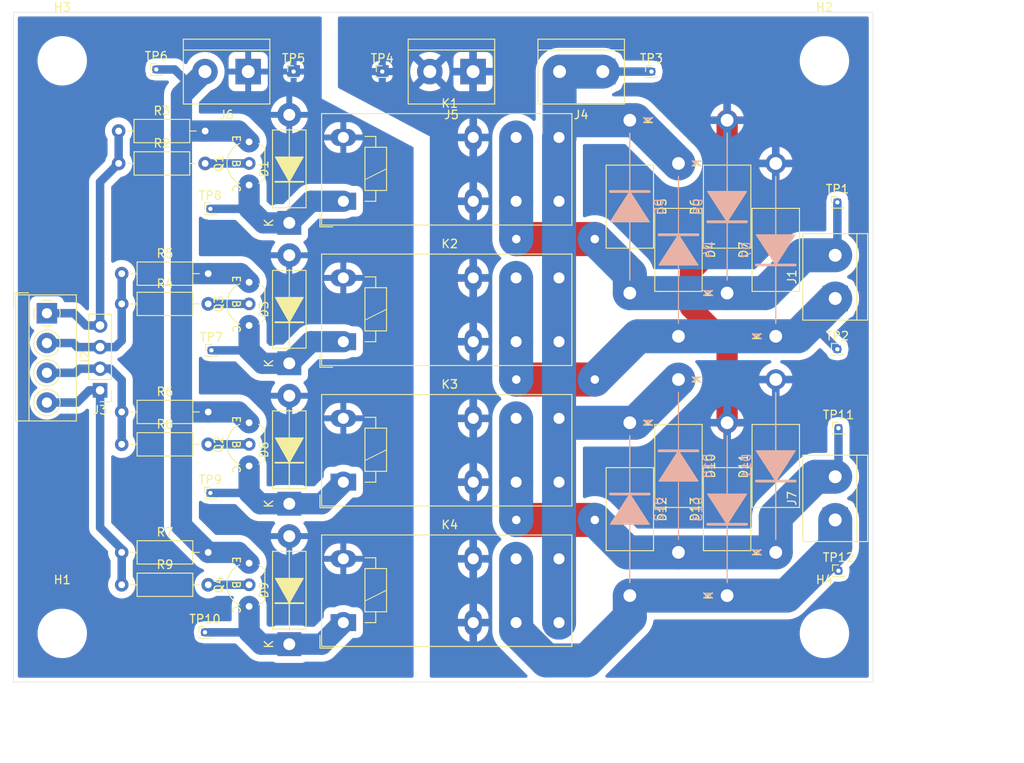
<source format=kicad_pcb>
(kicad_pcb (version 20240108) (generator "pcbnew") (generator_version "8.0")
  (layers (0 "F.Cu" signal) (31 "B.Cu" signal) (34 "B.Paste" user) (35 "F.Paste" user) (36 "B.SilkS" user "B.Silkscreen") (37 "F.SilkS" user "F.Silkscreen") (38 "B.Mask" user) (39 "F.Mask" user) (44 "Edge.Cuts" user))
  (net 0 "")
  (net 1 "Net-(D1-K)")
  (net 2 "GND")
  (net 3 "Net-(D3-K)")
  (net 4 "+24V")
  (net 5 "Net-(D4-A)")
  (net 6 "Net-(D5-A)")
  (net 7 "GNDPWR")
  (net 8 "Net-(D8-K)")
  (net 9 "Net-(D9-K)")
  (net 10 "Net-(D10-A)")
  (net 11 "Net-(D12-A)")
  (net 12 "/Relay_M1.1")
  (net 13 "/Relay_M2.1")
  (net 14 "/Relay_M1.2")
  (net 15 "/Relay_M2.2")
  (net 16 "+12V")
  (net 17 "Net-(Q1-B)")
  (net 18 "Net-(Q2-B)")
  (net 19 "Net-(Q3-B)")
  (net 20 "Net-(Q4-B)")
  (footprint "TerminalBlock:TerminalBlock_bornier-2_P5.08mm" (layer "F.Cu") (at 176.53 35.56 180)
    (property "Reference" "J4" (at 2.54 -5.08 0) (layer "F.SilkS"))
    (property "Value" "24V Power")
    (pad "1" thru_hole rect (at 0 0 180) (size 3 3) (drill 1.52) (layers "*.Cu" "*.Mask") (net 4 "+24V"))
    (pad "2" thru_hole circle (at 5.08 0 180) (size 3 3) (drill 1.52) (layers "*.Cu" "*.Mask") (net 4 "+24V"))
  )
  (footprint "Connector_PinHeader_1.00mm:PinHeader_1x01_P1.00mm_Vertical" (layer "F.Cu") (at 130.556 68.326)
    (property "Reference" "TP7" (at 0 -1.56 0) (layer "F.SilkS"))
    (property "Value" "K1.2")
    (pad "1" thru_hole rect (at 0 0) (size 0.85 0.85) (drill 0.5) (layers "*.Cu" "*.Mask") (net 3 "Net-(D3-K)"))
  )
  (footprint "Diode_THT_AKL:D_5W_P12.70mm_Horizontal" (layer "F.Cu") (at 139.7 86.36 90)
    (property "Reference" "D8" (at 6.35 -2.97 90) (layer "F.SilkS"))
    (property "Value" "D")
    (fp_text user "K" (at 0 -2.4 90) (layer "F.SilkS"))
    (pad "1" thru_hole rect (at 0 0 90) (size 2.8 2.8) (drill 1.4) (layers "*.Cu" "*.Mask") (net 8 "Net-(D8-K)"))
    (pad "2" thru_hole oval (at 12.7 0 90) (size 2.8 2.8) (drill 1.4) (layers "*.Cu" "*.Mask") (net 2 "GND"))
  )
  (footprint "MountingHole:MountingHole_5.3mm_M5" (layer "F.Cu") (at 113.03 101.6)
    (property "Reference" "H1" (at 0 -6.3 0) (layer "F.SilkS"))
    (property "Value" "MountingHole")
    (pad "" np_thru_hole circle (at 0 0) (size 5.3 5.3) (drill 5.3) (layers "*.Cu" "*.Mask"))
  )
  (footprint "Diode_THT_AKL_Double:D_DO-27_P20.32mm_Horizontal" (layer "F.Cu") (at 196.85 92.075 90)
    (property "Reference" "D11" (at 10.16 -3.785 90) (layer "F.SilkS"))
    (property "Value" "D" (hide yes))
    (fp_text user "K" (at 0 -2.159 90) (layer "B.SilkS") (effects (justify mirror)))
    (fp_text user "${REFERENCE}" (at 10.16 -3.429 90) (layer "B.SilkS") (effects (justify mirror)))
    (fp_text user "K" (at 0 -2.2 90) (layer "F.SilkS"))
    (pad "1" thru_hole rect (at 0 0 90) (size 2.4 2.4) (drill 1.5) (layers "*.Cu" "*.Mask") (net 10 "Net-(D10-A)"))
    (pad "2" thru_hole oval (at 20.32 0 90) (size 2.4 2.4) (drill 1.5) (layers "*.Cu" "*.Mask") (net 7 "GNDPWR"))
  )
  (footprint "Resistor_THT:R_Axial_DIN0207_L6.3mm_D2.5mm_P10.16mm_Horizontal" (layer "F.Cu") (at 120.015 92.075)
    (property "Reference" "R7" (at 5.08 -2.37 0) (layer "F.SilkS"))
    (property "Value" "22k")
    (pad "1" thru_hole circle (at 0 0) (size 1.6 1.6) (drill 0.8) (layers "*.Cu" "*.Mask") (net 15 "/Relay_M2.2"))
    (pad "2" thru_hole oval (at 10.16 0) (size 1.6 1.6) (drill 0.8) (layers "*.Cu" "*.Mask") (net 16 "+12V"))
  )
  (footprint "Diode_THT_AKL_Double:D_DO-27_P20.32mm_Horizontal" (layer "F.Cu") (at 196.85 66.675 90)
    (property "Reference" "D7" (at 10.16 -3.785 90) (layer "F.SilkS"))
    (property "Value" "D" (hide yes))
    (fp_text user "K" (at 0 -2.159 90) (layer "B.SilkS") (effects (justify mirror)))
    (fp_text user "${REFERENCE}" (at 10.16 -3.429 90) (layer "B.SilkS") (effects (justify mirror)))
    (fp_text user "K" (at 0 -2.2 90) (layer "F.SilkS"))
    (pad "1" thru_hole rect (at 0 0 90) (size 2.4 2.4) (drill 1.5) (layers "*.Cu" "*.Mask") (net 5 "Net-(D4-A)"))
    (pad "2" thru_hole oval (at 20.32 0 90) (size 2.4 2.4) (drill 1.5) (layers "*.Cu" "*.Mask") (net 7 "GNDPWR"))
  )
  (footprint "Connector_PinHeader_1.00mm:PinHeader_1x01_P1.00mm_Vertical" (layer "F.Cu") (at 130.429 85.09)
    (property "Reference" "TP9" (at 0 -1.56 0) (layer "F.SilkS"))
    (property "Value" "K2.1")
    (pad "1" thru_hole rect (at 0 0) (size 0.85 0.85) (drill 0.5) (layers "*.Cu" "*.Mask") (net 8 "Net-(D8-K)"))
  )
  (footprint "Package_TO_SOT_THT_AKL:TO-92_Inline_Wide_CBE" (layer "F.Cu") (at 134.98 81.915 90)
    (property "Reference" "Q2" (at 2.54 -3.56 90) (layer "F.SilkS"))
    (property "Value" "BC557A" (hide yes))
    (fp_text user "C" (at -0.381 -1.524 -90) (layer "F.SilkS") (effects (font (size 0.9 0.9))))
    (fp_text user "E" (at 5.461 -1.524 -90) (layer "F.SilkS") (effects (font (size 0.9 0.9))))
    (fp_text user "B" (at 2.54 -1.524 -90) (layer "F.SilkS") (effects (font (size 0.9 0.9))))
    (pad "1" thru_hole rect (at 0 0 180) (size 1.5 1.5) (drill 0.8) (layers "*.Cu" "*.Mask") (net 8 "Net-(D8-K)"))
    (pad "2" thru_hole circle (at 2.54 0 180) (size 1.5 1.5) (drill 0.8) (layers "*.Cu" "*.Mask") (net 18 "Net-(Q2-B)"))
    (pad "3" thru_hole circle (at 5.08 0 180) (size 1.5 1.5) (drill 0.8) (layers "*.Cu" "*.Mask") (net 16 "+12V"))
  )
  (footprint "Diode_THT_AKL_Double:D_DO-27_P20.32mm_Horizontal" (layer "F.Cu") (at 191.135 61.595 90)
    (property "Reference" "D6" (at 10.16 -3.785 90) (layer "F.SilkS"))
    (property "Value" "D" (hide yes))
    (fp_text user "${REFERENCE}" (at 10.16 -3.429 90) (layer "B.SilkS") (effects (justify mirror)))
    (fp_text user "K" (at 0 -2.159 90) (layer "B.SilkS") (effects (justify mirror)))
    (fp_text user "K" (at 0 -2.2 90) (layer "F.SilkS"))
    (pad "1" thru_hole rect (at 0 0 90) (size 2.4 2.4) (drill 1.5) (layers "*.Cu" "*.Mask") (net 6 "Net-(D5-A)"))
    (pad "2" thru_hole oval (at 20.32 0 90) (size 2.4 2.4) (drill 1.5) (layers "*.Cu" "*.Mask") (net 7 "GNDPWR"))
  )
  (footprint "Diode_THT_AKL_Double:D_DO-27_P20.32mm_Horizontal" (layer "F.Cu") (at 179.705 76.835 -90)
    (property "Reference" "D12" (at 10.16 -3.785 90) (layer "F.SilkS"))
    (property "Value" "D" (hide yes))
    (fp_text user "K" (at 0 -2.159 90) (layer "B.SilkS") (effects (justify mirror)))
    (fp_text user "${REFERENCE}" (at 10.16 -3.429 90) (layer "B.SilkS") (effects (justify mirror)))
    (fp_text user "K" (at 0 -2.2 90) (layer "F.SilkS"))
    (pad "1" thru_hole rect (at 0 0 270) (size 2.4 2.4) (drill 1.5) (layers "*.Cu" "*.Mask") (net 4 "+24V"))
    (pad "2" thru_hole oval (at 20.32 0 270) (size 2.4 2.4) (drill 1.5) (layers "*.Cu" "*.Mask") (net 11 "Net-(D12-A)"))
  )
  (footprint "Package_TO_SOT_THT_AKL:TO-92_Inline_Wide_CBE" (layer "F.Cu") (at 134.98 65.405 90)
    (property "Reference" "Q3" (at 2.54 -3.56 90) (layer "F.SilkS"))
    (property "Value" "BC557A" (hide yes))
    (fp_text user "B" (at 2.54 -1.524 -90) (layer "F.SilkS") (effects (font (size 0.9 0.9))))
    (fp_text user "E" (at 5.461 -1.524 -90) (layer "F.SilkS") (effects (font (size 0.9 0.9))))
    (fp_text user "C" (at -0.381 -1.524 -90) (layer "F.SilkS") (effects (font (size 0.9 0.9))))
    (pad "1" thru_hole rect (at 0 0 180) (size 1.5 1.5) (drill 0.8) (layers "*.Cu" "*.Mask") (net 3 "Net-(D3-K)"))
    (pad "2" thru_hole circle (at 2.54 0 180) (size 1.5 1.5) (drill 0.8) (layers "*.Cu" "*.Mask") (net 19 "Net-(Q3-B)"))
    (pad "3" thru_hole circle (at 5.08 0 180) (size 1.5 1.5) (drill 0.8) (layers "*.Cu" "*.Mask") (net 16 "+12V"))
  )
  (footprint "Connector_PinHeader_1.00mm:PinHeader_1x01_P1.00mm_Vertical" (layer "F.Cu") (at 130.429 51.689)
    (property "Reference" "TP8" (at 0 -1.56 0) (layer "F.SilkS"))
    (property "Value" "K1.1")
    (pad "1" thru_hole rect (at 0 0) (size 0.85 0.85) (drill 0.5) (layers "*.Cu" "*.Mask") (net 1 "Net-(D1-K)"))
  )
  (footprint "Relay_THT:Relay_SPDT_Schrack-RT1-16A-FormC_RM5mm" (layer "F.Cu") (at 146.05 50.8)
    (property "Reference" "K1" (at 12.5 -11.5 0) (layer "F.SilkS"))
    (property "Value" "RT314A24")
    (pad "11" thru_hole oval (at 20.3 -7.5 180) (size 2 3) (drill 1.3) (layers "*.Cu" "*.Mask") (net 6 "Net-(D5-A)"))
    (pad "11" thru_hole oval (at 20.3 0 180) (size 2 3) (drill 1.3) (layers "*.Cu" "*.Mask") (net 6 "Net-(D5-A)"))
    (pad "12" thru_hole oval (at 15.26 -7.5 180) (size 2 3) (drill 1.3) (layers "*.Cu" "*.Mask") (net 7 "GNDPWR"))
    (pad "12" thru_hole oval (at 15.26 0 180) (size 2 3) (drill 1.3) (layers "*.Cu" "*.Mask") (net 7 "GNDPWR"))
    (pad "14" thru_hole oval (at 25.34 -7.5 180) (size 2 3) (drill 1.3) (layers "*.Cu" "*.Mask") (net 4 "+24V"))
    (pad "14" thru_hole oval (at 25.34 0 180) (size 2 3) (drill 1.3) (layers "*.Cu" "*.Mask") (net 4 "+24V"))
    (pad "A1" thru_hole rect (at 0 0 180) (size 3 2) (drill 1.3) (layers "*.Cu" "*.Mask") (net 1 "Net-(D1-K)"))
    (pad "A2" thru_hole oval (at 0 -7.5 180) (size 3 2) (drill 1.3) (layers "*.Cu" "*.Mask") (net 2 "GND"))
  )
  (footprint "Connector_PinHeader_1.00mm:PinHeader_1x01_P1.00mm_Vertical" (layer "F.Cu") (at 124.079 35.306)
    (property "Reference" "TP6" (at 0 -1.56 0) (layer "F.SilkS"))
    (property "Value" "12v")
    (pad "1" thru_hole rect (at 0 0) (size 0.85 0.85) (drill 0.5) (layers "*.Cu" "*.Mask") (net 16 "+12V"))
  )
  (footprint "TerminalBlock:TerminalBlock_bornier-2_P5.08mm" (layer "F.Cu") (at 203.835 88.265 90)
    (property "Reference" "J7" (at 2.54 -5.08 90) (layer "F.SilkS"))
    (property "Value" "Motor_2 +  -")
    (pad "1" thru_hole rect (at 0 0 90) (size 3 3) (drill 1.52) (layers "*.Cu" "*.Mask") (net 11 "Net-(D12-A)"))
    (pad "2" thru_hole circle (at 5.08 0 90) (size 3 3) (drill 1.52) (layers "*.Cu" "*.Mask") (net 10 "Net-(D10-A)"))
  )
  (footprint "Connector_PinHeader_1.00mm:PinHeader_1x01_P1.00mm_Vertical" (layer "F.Cu") (at 129.794 101.473)
    (property "Reference" "TP10" (at 0 -1.56 0) (layer "F.SilkS"))
    (property "Value" "K2.2")
    (pad "1" thru_hole rect (at 0 0) (size 0.85 0.85) (drill 0.5) (layers "*.Cu" "*.Mask") (net 9 "Net-(D9-K)"))
  )
  (footprint "Connector_PinHeader_2.54mm:PinHeader_1x04_P2.54mm_Vertical" (layer "F.Cu") (at 117.475 73.025 180)
    (property "Reference" "J3" (at 0 -2.33 0) (layer "F.SilkS"))
    (property "Value" "Control-Signals")
    (pad "1" thru_hole rect (at 0 0 180) (size 1.7 1.7) (drill 1) (layers "*.Cu" "*.Mask") (net 15 "/Relay_M2.2"))
    (pad "2" thru_hole oval (at 0 2.54 180) (size 1.7 1.7) (drill 1) (layers "*.Cu" "*.Mask") (net 13 "/Relay_M2.1"))
    (pad "3" thru_hole oval (at 0 5.08 180) (size 1.7 1.7) (drill 1) (layers "*.Cu" "*.Mask") (net 14 "/Relay_M1.2"))
    (pad "4" thru_hole oval (at 0 7.62 180) (size 1.7 1.7) (drill 1) (layers "*.Cu" "*.Mask") (net 12 "/Relay_M1.1"))
  )
  (footprint "Relay_THT:Relay_SPDT_Schrack-RT1-16A-FormC_RM5mm" (layer "F.Cu") (at 146.048 100.33)
    (property "Reference" "K4" (at 12.5 -11.5 0) (layer "F.SilkS"))
    (property "Value" "RT314A24")
    (pad "11" thru_hole oval (at 20.3 -7.5 180) (size 2 3) (drill 1.3) (layers "*.Cu" "*.Mask") (net 11 "Net-(D12-A)"))
    (pad "11" thru_hole oval (at 20.3 0 180) (size 2 3) (drill 1.3) (layers "*.Cu" "*.Mask") (net 11 "Net-(D12-A)"))
    (pad "12" thru_hole oval (at 15.26 -7.5 180) (size 2 3) (drill 1.3) (layers "*.Cu" "*.Mask") (net 7 "GNDPWR"))
    (pad "12" thru_hole oval (at 15.26 0 180) (size 2 3) (drill 1.3) (layers "*.Cu" "*.Mask") (net 7 "GNDPWR"))
    (pad "14" thru_hole oval (at 25.34 -7.5 180) (size 2 3) (drill 1.3) (layers "*.Cu" "*.Mask") (net 4 "+24V"))
    (pad "14" thru_hole oval (at 25.34 0 180) (size 2 3) (drill 1.3) (layers "*.Cu" "*.Mask") (net 4 "+24V"))
    (pad "A1" thru_hole rect (at 0 0 180) (size 3 2) (drill 1.3) (layers "*.Cu" "*.Mask") (net 9 "Net-(D9-K)"))
    (pad "A2" thru_hole oval (at 0 -7.5 180) (size 3 2) (drill 1.3) (layers "*.Cu" "*.Mask") (net 2 "GND"))
  )
  (footprint "Diode_THT_AKL:D_5W_P12.70mm_Horizontal" (layer "F.Cu") (at 139.7 53.34 90)
    (property "Reference" "D1" (at 6.35 -2.97 90) (layer "F.SilkS"))
    (property "Value" "D")
    (fp_text user "K" (at 0 -2.4 90) (layer "F.SilkS"))
    (pad "1" thru_hole rect (at 0 0 90) (size 2.8 2.8) (drill 1.4) (layers "*.Cu" "*.Mask") (net 1 "Net-(D1-K)"))
    (pad "2" thru_hole oval (at 12.7 0 90) (size 2.8 2.8) (drill 1.4) (layers "*.Cu" "*.Mask") (net 2 "GND"))
  )
  (footprint "TerminalBlock:TerminalBlock_bornier-2_P5.08mm" (layer "F.Cu") (at 203.835 62.23 90)
    (property "Reference" "J1" (at 2.54 -5.08 90) (layer "F.SilkS"))
    (property "Value" "Motor_1 +  -")
    (pad "1" thru_hole rect (at 0 0 90) (size 3 3) (drill 1.52) (layers "*.Cu" "*.Mask") (net 5 "Net-(D4-A)"))
    (pad "2" thru_hole circle (at 5.08 0 90) (size 3 3) (drill 1.52) (layers "*.Cu" "*.Mask") (net 6 "Net-(D5-A)"))
  )
  (footprint "Resistor_THT:R_Axial_DIN0207_L6.3mm_D2.5mm_P10.16mm_Horizontal" (layer "F.Cu") (at 119.655 46.355)
    (property "Reference" "R2" (at 5.08 -2.37 0) (layer "F.SilkS"))
    (property "Value" "2k2")
    (pad "1" thru_hole circle (at 0 0) (size 1.6 1.6) (drill 0.8) (layers "*.Cu" "*.Mask") (net 12 "/Relay_M1.1"))
    (pad "2" thru_hole oval (at 10.16 0) (size 1.6 1.6) (drill 0.8) (layers "*.Cu" "*.Mask") (net 17 "Net-(Q1-B)"))
  )
  (footprint "Connector_PinHeader_1.00mm:PinHeader_1x01_P1.00mm_Vertical" (layer "F.Cu") (at 150.622 35.56)
    (property "Reference" "TP4" (at 0 -1.56 0) (layer "F.SilkS"))
    (property "Value" "GND-power")
    (pad "1" thru_hole rect (at 0 0) (size 1.5 1.5) (drill 0.5) (layers "*.Cu" "*.Mask") (net 7 "GNDPWR"))
  )
  (footprint "Package_TO_SOT_THT_AKL:TO-92_Inline_Wide_CBE" (layer "F.Cu") (at 134.98 48.895 90)
    (property "Reference" "Q1" (at 2.54 -3.56 90) (layer "F.SilkS"))
    (property "Value" "BC557A" (hide yes))
    (fp_text user "E" (at 5.461 -1.524 -90) (layer "F.SilkS") (effects (font (size 0.9 0.9))))
    (fp_text user "C" (at -0.381 -1.524 -90) (layer "F.SilkS") (effects (font (size 0.9 0.9))))
    (fp_text user "B" (at 2.54 -1.524 -90) (layer "F.SilkS") (effects (font (size 0.9 0.9))))
    (pad "1" thru_hole rect (at 0 0 180) (size 1.5 1.5) (drill 0.8) (layers "*.Cu" "*.Mask") (net 1 "Net-(D1-K)"))
    (pad "2" thru_hole circle (at 2.54 0 180) (size 1.5 1.5) (drill 0.8) (layers "*.Cu" "*.Mask") (net 17 "Net-(Q1-B)"))
    (pad "3" thru_hole circle (at 5.08 0 180) (size 1.5 1.5) (drill 0.8) (layers "*.Cu" "*.Mask") (net 16 "+12V"))
  )
  (footprint "Diode_THT_AKL_Double:D_DO-27_P20.32mm_Horizontal" (layer "F.Cu") (at 179.705 41.275 -90)
    (property "Reference" "D5" (at 10.16 -3.785 90) (layer "F.SilkS"))
    (property "Value" "D" (hide yes))
    (fp_text user "${REFERENCE}" (at 10.16 -3.429 90) (layer "B.SilkS") (effects (justify mirror)))
    (fp_text user "K" (at 0 -2.159 90) (layer "B.SilkS") (effects (justify mirror)))
    (fp_text user "K" (at 0 -2.2 90) (layer "F.SilkS"))
    (pad "1" thru_hole rect (at 0 0 270) (size 2.4 2.4) (drill 1.5) (layers "*.Cu" "*.Mask") (net 4 "+24V"))
    (pad "2" thru_hole oval (at 20.32 0 270) (size 2.4 2.4) (drill 1.5) (layers "*.Cu" "*.Mask") (net 6 "Net-(D5-A)"))
  )
  (footprint "Connector_PinHeader_1.00mm:PinHeader_1x01_P1.00mm_Vertical" (layer "F.Cu") (at 204.216 77.47)
    (property "Reference" "TP11" (at 0 -1.56 0) (layer "F.SilkS"))
    (property "Value" "M2.2 (+)")
    (pad "1" thru_hole rect (at 0 0) (size 0.85 0.85) (drill 0.5) (layers "*.Cu" "*.Mask") (net 10 "Net-(D10-A)"))
  )
  (footprint "TerminalBlock_4Ucon:TerminalBlock_4Ucon_1x04_P3.50mm_Horizontal" (layer "F.Cu") (at 111.225 63.965 -90)
    (property "Reference" "J2" (at 5.25 -4.46 90) (layer "F.SilkS"))
    (property "Value" "Control-Signals")
    (pad "1" thru_hole rect (at 0 0 270) (size 2.4 2.4) (drill 1.2) (layers "*.Cu" "*.Mask") (net 12 "/Relay_M1.1"))
    (pad "2" thru_hole circle (at 3.5 0 270) (size 2.4 2.4) (drill 1.2) (layers "*.Cu" "*.Mask") (net 14 "/Relay_M1.2"))
    (pad "3" thru_hole circle (at 7 0 270) (size 2.4 2.4) (drill 1.2) (layers "*.Cu" "*.Mask") (net 13 "/Relay_M2.1"))
    (pad "4" thru_hole circle (at 10.5 0 270) (size 2.4 2.4) (drill 1.2) (layers "*.Cu" "*.Mask") (net 15 "/Relay_M2.2"))
  )
  (footprint "Diode_THT_AKL:D_5W_P12.70mm_Horizontal" (layer "F.Cu") (at 139.7 69.85 90)
    (property "Reference" "D3" (at 6.35 -2.97 90) (layer "F.SilkS"))
    (property "Value" "D")
    (fp_text user "K" (at 0 -2.4 90) (layer "F.SilkS"))
    (pad "1" thru_hole rect (at 0 0 90) (size 2.8 2.8) (drill 1.4) (layers "*.Cu" "*.Mask") (net 3 "Net-(D3-K)"))
    (pad "2" thru_hole oval (at 12.7 0 90) (size 2.8 2.8) (drill 1.4) (layers "*.Cu" "*.Mask") (net 2 "GND"))
  )
  (footprint "MountingHole:MountingHole_5.3mm_M5" (layer "F.Cu") (at 202.565 101.6)
    (property "Reference" "H4" (at 0 -6.3 0) (layer "F.SilkS"))
    (property "Value" "MountingHole")
    (pad "" np_thru_hole circle (at 0 0) (size 5.3 5.3) (drill 5.3) (layers "*.Cu" "*.Mask"))
  )
  (footprint "Package_TO_SOT_THT_AKL:TO-92_Inline_Wide_CBE" (layer "F.Cu") (at 134.98 98.425 90)
    (property "Reference" "Q4" (at 2.54 -3.56 90) (layer "F.SilkS"))
    (property "Value" "BC557A" (hide yes))
    (fp_text user "B" (at 2.54 -1.524 -90) (layer "F.SilkS") (effects (font (size 0.9 0.9))))
    (fp_text user "E" (at 5.461 -1.524 -90) (layer "F.SilkS") (effects (font (size 0.9 0.9))))
    (fp_text user "C" (at -0.381 -1.524 -90) (layer "F.SilkS") (effects (font (size 0.9 0.9))))
    (pad "1" thru_hole rect (at 0 0 180) (size 1.5 1.5) (drill 0.8) (layers "*.Cu" "*.Mask") (net 9 "Net-(D9-K)"))
    (pad "2" thru_hole circle (at 2.54 0 180) (size 1.5 1.5) (drill 0.8) (layers "*.Cu" "*.Mask") (net 20 "Net-(Q4-B)"))
    (pad "3" thru_hole circle (at 5.08 0 180) (size 1.5 1.5) (drill 0.8) (layers "*.Cu" "*.Mask") (net 16 "+12V"))
  )
  (footprint "MountingHole:MountingHole_5.3mm_M5" (layer "F.Cu") (at 202.565 34.29)
    (property "Reference" "H2" (at 0 -6.3 0) (layer "F.SilkS"))
    (property "Value" "MountingHole")
    (pad "" np_thru_hole circle (at 0 0) (size 5.3 5.3) (drill 5.3) (layers "*.Cu" "*.Mask"))
  )
  (footprint "Relay_THT:Relay_SPDT_Schrack-RT1-16A-FormC_RM5mm" (layer "F.Cu") (at 146.048 67.31)
    (property "Reference" "K2" (at 12.5 -11.5 0) (layer "F.SilkS"))
    (property "Value" "RT314A24")
    (pad "11" thru_hole oval (at 20.3 -7.5 180) (size 2 3) (drill 1.3) (layers "*.Cu" "*.Mask") (net 5 "Net-(D4-A)"))
    (pad "11" thru_hole oval (at 20.3 0 180) (size 2 3) (drill 1.3) (layers "*.Cu" "*.Mask") (net 5 "Net-(D4-A)"))
    (pad "12" thru_hole oval (at 15.26 -7.5 180) (size 2 3) (drill 1.3) (layers "*.Cu" "*.Mask") (net 7 "GNDPWR"))
    (pad "12" thru_hole oval (at 15.26 0 180) (size 2 3) (drill 1.3) (layers "*.Cu" "*.Mask") (net 7 "GNDPWR"))
    (pad "14" thru_hole oval (at 25.34 -7.5 180) (size 2 3) (drill 1.3) (layers "*.Cu" "*.Mask") (net 4 "+24V"))
    (pad "14" thru_hole oval (at 25.34 0 180) (size 2 3) (drill 1.3) (layers "*.Cu" "*.Mask") (net 4 "+24V"))
    (pad "A1" thru_hole rect (at 0 0 180) (size 3 2) (drill 1.3) (layers "*.Cu" "*.Mask") (net 3 "Net-(D3-K)"))
    (pad "A2" thru_hole oval (at 0 -7.5 180) (size 3 2) (drill 1.3) (layers "*.Cu" "*.Mask") (net 2 "GND"))
  )
  (footprint "MountingHole:MountingHole_5.3mm_M5" (layer "F.Cu") (at 113.03 34.29)
    (property "Reference" "H3" (at 0 -6.3 0) (layer "F.SilkS"))
    (property "Value" "MountingHole")
    (pad "" np_thru_hole circle (at 0 0) (size 5.3 5.3) (drill 5.3) (layers "*.Cu" "*.Mask"))
  )
  (footprint "Diode_THT_AKL_Double:D_DO-27_P20.32mm_Horizontal" (layer "F.Cu") (at 191.135 97.155 90)
    (property "Reference" "D13" (at 10.16 -3.785 90) (layer "F.SilkS"))
    (property "Value" "D" (hide yes))
    (fp_text user "K" (at 0 -2.159 90) (layer "B.SilkS") (effects (justify mirror)))
    (fp_text user "${REFERENCE}" (at 10.16 -3.429 90) (layer "B.SilkS") (effects (justify mirror)))
    (fp_text user "K" (at 0 -2.2 90) (layer "F.SilkS"))
    (pad "1" thru_hole rect (at 0 0 90) (size 2.4 2.4) (drill 1.5) (layers "*.Cu" "*.Mask") (net 11 "Net-(D12-A)"))
    (pad "2" thru_hole oval (at 20.32 0 90) (size 2.4 2.4) (drill 1.5) (layers "*.Cu" "*.Mask") (net 7 "GNDPWR"))
  )
  (footprint "Diode_THT_AKL:D_5W_P12.70mm_Horizontal" (layer "F.Cu") (at 139.7 102.87 90)
    (property "Reference" "D9" (at 6.35 -2.97 90) (layer "F.SilkS"))
    (property "Value" "D")
    (fp_text user "K" (at 0 -2.4 90) (layer "F.SilkS"))
    (pad "1" thru_hole rect (at 0 0 90) (size 2.8 2.8) (drill 1.4) (layers "*.Cu" "*.Mask") (net 9 "Net-(D9-K)"))
    (pad "2" thru_hole oval (at 12.7 0 90) (size 2.8 2.8) (drill 1.4) (layers "*.Cu" "*.Mask") (net 2 "GND"))
  )
  (footprint "Relay_THT:Relay_SPDT_Schrack-RT1-16A-FormC_RM5mm" (layer "F.Cu") (at 146.05 83.82)
    (property "Reference" "K3" (at 12.5 -11.5 0) (layer "F.SilkS"))
    (property "Value" "RT314A24")
    (pad "11" thru_hole oval (at 20.3 -7.5 180) (size 2 3) (drill 1.3) (layers "*.Cu" "*.Mask") (net 10 "Net-(D10-A)"))
    (pad "11" thru_hole oval (at 20.3 0 180) (size 2 3) (drill 1.3) (layers "*.Cu" "*.Mask") (net 10 "Net-(D10-A)"))
    (pad "12" thru_hole oval (at 15.26 -7.5 180) (size 2 3) (drill 1.3) (layers "*.Cu" "*.Mask") (net 7 "GNDPWR"))
    (pad "12" thru_hole oval (at 15.26 0 180) (size 2 3) (drill 1.3) (layers "*.Cu" "*.Mask") (net 7 "GNDPWR"))
    (pad "14" thru_hole oval (at 25.34 -7.5 180) (size 2 3) (drill 1.3) (layers "*.Cu" "*.Mask") (net 4 "+24V"))
    (pad "14" thru_hole oval (at 25.34 0 180) (size 2 3) (drill 1.3) (layers "*.Cu" "*.Mask") (net 4 "+24V"))
    (pad "A1" thru_hole rect (at 0 0 180) (size 3 2) (drill 1.3) (layers "*.Cu" "*.Mask") (net 8 "Net-(D8-K)"))
    (pad "A2" thru_hole oval (at 0 -7.5 180) (size 3 2) (drill 1.3) (layers "*.Cu" "*.Mask") (net 2 "GND"))
  )
  (footprint "Resistor_THT:R_Axial_DIN0207_L6.3mm_D2.5mm_P10.16mm_Horizontal" (layer "F.Cu") (at 120.015 59.309)
    (property "Reference" "R5" (at 5.08 -2.37 0) (layer "F.SilkS"))
    (property "Value" "22k")
    (pad "1" thru_hole circle (at 0 0) (size 1.6 1.6) (drill 0.8) (layers "*.Cu" "*.Mask") (net 14 "/Relay_M1.2"))
    (pad "2" thru_hole oval (at 10.16 0) (size 1.6 1.6) (drill 0.8) (layers "*.Cu" "*.Mask") (net 16 "+12V"))
  )
  (footprint "Diode_THT_AKL_Double:D_DO-27_P20.32mm_Horizontal" (layer "F.Cu") (at 185.42 46.355 -90)
    (property "Reference" "D4" (at 10.16 -3.785 90) (layer "F.SilkS"))
    (property "Value" "D" (hide yes))
    (fp_text user "${REFERENCE}" (at 10.16 -3.429 90) (layer "B.SilkS") (effects (justify mirror)))
    (fp_text user "K" (at 0 -2.159 90) (layer "B.SilkS") (effects (justify mirror)))
    (fp_text user "K" (at 0 -2.2 90) (layer "F.SilkS"))
    (pad "1" thru_hole rect (at 0 0 270) (size 2.4 2.4) (drill 1.5) (layers "*.Cu" "*.Mask") (net 4 "+24V"))
    (pad "2" thru_hole oval (at 20.32 0 270) (size 2.4 2.4) (drill 1.5) (layers "*.Cu" "*.Mask") (net 5 "Net-(D4-A)"))
  )
  (footprint "Resistor_THT:R_Axial_DIN0207_L6.3mm_D2.5mm_P10.16mm_Horizontal" (layer "F.Cu") (at 120.015 62.865)
    (property "Reference" "R4" (at 5.08 -2.37 0) (layer "F.SilkS"))
    (property "Value" "2k2")
    (pad "1" thru_hole circle (at 0 0) (size 1.6 1.6) (drill 0.8) (layers "*.Cu" "*.Mask") (net 14 "/Relay_M1.2"))
    (pad "2" thru_hole oval (at 10.16 0) (size 1.6 1.6) (drill 0.8) (layers "*.Cu" "*.Mask") (net 19 "Net-(Q3-B)"))
  )
  (footprint "TerminalBlock:TerminalBlock_bornier-2_P5.08mm" (layer "F.Cu") (at 134.874 35.56 180)
    (property "Reference" "J6" (at 2.54 -5.08 0) (layer "F.SilkS"))
    (property "Value" "12V, GND")
    (pad "1" thru_hole rect (at 0 0 180) (size 3 3) (drill 1.52) (layers "*.Cu" "*.Mask") (net 2 "GND"))
    (pad "2" thru_hole circle (at 5.08 0 180) (size 3 3) (drill 1.52) (layers "*.Cu" "*.Mask") (net 16 "+12V"))
  )
  (footprint "Connector_PinHeader_1.00mm:PinHeader_1x01_P1.00mm_Vertical" (layer "F.Cu") (at 204.089 50.927)
    (property "Reference" "TP1" (at 0 -1.56 0) (layer "F.SilkS"))
    (property "Value" "M1.1 (+)")
    (pad "1" thru_hole rect (at 0 0) (size 0.85 0.85) (drill 0.5) (layers "*.Cu" "*.Mask") (net 6 "Net-(D5-A)"))
  )
  (footprint "Connector_PinHeader_1.00mm:PinHeader_1x01_P1.00mm_Vertical" (layer "F.Cu") (at 182.245 35.56)
    (property "Reference" "TP3" (at 0 -1.56 0) (layer "F.SilkS"))
    (property "Value" "24v")
    (pad "1" thru_hole rect (at 0 0) (size 0.85 0.85) (drill 0.5) (layers "*.Cu" "*.Mask") (net 4 "+24V"))
  )
  (footprint "Resistor_THT:R_Axial_DIN0207_L6.3mm_D2.5mm_P10.16mm_Horizontal" (layer "F.Cu") (at 119.655 42.545)
    (property "Reference" "R3" (at 5.08 -2.37 0) (layer "F.SilkS"))
    (property "Value" "22k")
    (pad "1" thru_hole circle (at 0 0) (size 1.6 1.6) (drill 0.8) (layers "*.Cu" "*.Mask") (net 12 "/Relay_M1.1"))
    (pad "2" thru_hole oval (at 10.16 0) (size 1.6 1.6) (drill 0.8) (layers "*.Cu" "*.Mask") (net 16 "+12V"))
  )
  (footprint "Connector_PinHeader_1.00mm:PinHeader_1x01_P1.00mm_Vertical" (layer "F.Cu") (at 204.216 94.234)
    (property "Reference" "TP12" (at 0 -1.56 0) (layer "F.SilkS"))
    (property "Value" "M2.2 (-)")
    (pad "1" thru_hole rect (at 0 0) (size 0.85 0.85) (drill 0.5) (layers "*.Cu" "*.Mask") (net 11 "Net-(D12-A)"))
  )
  (footprint "Diode_THT_AKL_Double:D_DO-27_P20.32mm_Horizontal" (layer "F.Cu") (at 185.42 71.755 -90)
    (property "Reference" "D10" (at 10.16 -3.785 90) (layer "F.SilkS"))
    (property "Value" "D" (hide yes))
    (fp_text user "${REFERENCE}" (at 10.16 -3.429 90) (layer "B.SilkS") (effects (justify mirror)))
    (fp_text user "K" (at 0 -2.159 90) (layer "B.SilkS") (effects (justify mirror)))
    (fp_text user "K" (at 0 -2.2 90) (layer "F.SilkS"))
    (pad "1" thru_hole rect (at 0 0 270) (size 2.4 2.4) (drill 1.5) (layers "*.Cu" "*.Mask") (net 4 "+24V"))
    (pad "2" thru_hole oval (at 20.32 0 270) (size 2.4 2.4) (drill 1.5) (layers "*.Cu" "*.Mask") (net 10 "Net-(D10-A)"))
  )
  (footprint "Resistor_THT:R_Axial_DIN0207_L6.3mm_D2.5mm_P10.16mm_Horizontal" (layer "F.Cu") (at 120.015 75.565)
    (property "Reference" "R6" (at 5.08 -2.37 0) (layer "F.SilkS"))
    (property "Value" "22k")
    (pad "1" thru_hole circle (at 0 0) (size 1.6 1.6) (drill 0.8) (layers "*.Cu" "*.Mask") (net 13 "/Relay_M2.1"))
    (pad "2" thru_hole oval (at 10.16 0) (size 1.6 1.6) (drill 0.8) (layers "*.Cu" "*.Mask") (net 16 "+12V"))
  )
  (footprint "TerminalBlock:TerminalBlock_bornier-2_P5.08mm" (layer "F.Cu") (at 161.29 35.56 180)
    (property "Reference" "J5" (at 2.54 -5.08 0) (layer "F.SilkS"))
    (property "Value" "GND Power")
    (pad "1" thru_hole rect (at 0 0 180) (size 3 3) (drill 1.52) (layers "*.Cu" "*.Mask") (net 7 "GNDPWR"))
    (pad "2" thru_hole circle (at 5.08 0 180) (size 3 3) (drill 1.52) (layers "*.Cu" "*.Mask") (net 7 "GNDPWR"))
  )
  (footprint "Resistor_THT:R_Axial_DIN0207_L6.3mm_D2.5mm_P10.16mm_Horizontal" (layer "F.Cu") (at 120.015 95.885)
    (property "Reference" "R9" (at 5.08 -2.37 0) (layer "F.SilkS"))
    (property "Value" "2k2")
    (pad "1" thru_hole circle (at 0 0) (size 1.6 1.6) (drill 0.8) (layers "*.Cu" "*.Mask") (net 15 "/Relay_M2.2"))
    (pad "2" thru_hole oval (at 10.16 0) (size 1.6 1.6) (drill 0.8) (layers "*.Cu" "*.Mask") (net 20 "Net-(Q4-B)"))
  )
  (footprint "Resistor_THT:R_Axial_DIN0207_L6.3mm_D2.5mm_P10.16mm_Horizontal" (layer "F.Cu") (at 120.015 79.375)
    (property "Reference" "R8" (at 5.08 -2.37 0) (layer "F.SilkS"))
    (property "Value" "2k2")
    (pad "1" thru_hole circle (at 0 0) (size 1.6 1.6) (drill 0.8) (layers "*.Cu" "*.Mask") (net 13 "/Relay_M2.1"))
    (pad "2" thru_hole oval (at 10.16 0) (size 1.6 1.6) (drill 0.8) (layers "*.Cu" "*.Mask") (net 18 "Net-(Q2-B)"))
  )
  (footprint "Connector_PinHeader_1.00mm:PinHeader_1x01_P1.00mm_Vertical" (layer "F.Cu") (at 204.089 68.199)
    (property "Reference" "TP2" (at 0 -1.56 0) (layer "F.SilkS"))
    (property "Value" "M1.2 (-)")
    (pad "1" thru_hole rect (at 0 0) (size 0.85 0.85) (drill 0.5) (layers "*.Cu" "*.Mask") (net 5 "Net-(D4-A)"))
  )
  (footprint "Connector_PinHeader_1.00mm:PinHeader_1x01_P1.00mm_Vertical" (layer "F.Cu") (at 140.208 35.56)
    (property "Reference" "TP5" (at 0 -1.56 0) (layer "F.SilkS"))
    (property "Value" "gnd")
    (pad "1" thru_hole rect (at 0 0) (size 1.5 1.5) (drill 0.5) (layers "*.Cu" "*.Mask") (net 2 "GND"))
  )
  (gr_rect (start 107.315 28.575) (end 208.28 107.315) (stroke (width 0.05)) (fill none) (layer "Edge.Cuts"))
  (segment (start 146.05 50.8) (end 142.24 50.8) (width 2.5) (layer "B.Cu") (net 1))
  (segment (start 139.7 53.34) (end 136.652 53.34) (width 2.5) (layer "B.Cu") (net 1))
  (segment (start 134.959 51.689) (end 134.98 51.668) (width 1) (layer "B.Cu") (net 1))
  (segment (start 134.98 51.668) (end 134.98 48.895) (width 2.5) (layer "B.Cu") (net 1))
  (segment (start 136.652 53.34) (end 134.98 51.668) (width 2.5) (layer "B.Cu") (net 1))
  (segment (start 142.24 50.8) (end 139.7 53.34) (width 2.5) (layer "B.Cu") (net 1))
  (segment (start 130.429 51.689) (end 134.959 51.689) (width 1) (layer "B.Cu") (net 1))
  (segment (start 136.525 69.85) (end 139.7 69.85) (width 2.5) (layer "B.Cu") (net 3))
  (segment (start 134.98 68.305) (end 136.525 69.85) (width 2.5) (layer "B.Cu") (net 3))
  (segment (start 130.556 68.326) (end 134.959 68.326) (width 1) (layer "B.Cu") (net 3))
  (segment (start 142.24 67.31) (end 146.048 67.31) (width 2.5) (layer "B.Cu") (net 3))
  (segment (start 134.959 68.326) (end 134.98 68.305) (width 1) (layer "B.Cu") (net 3))
  (segment (start 139.7 69.85) (end 142.24 67.31) (width 2.5) (layer "B.Cu") (net 3))
  (segment (start 134.98 65.405) (end 134.98 68.305) (width 2.5) (layer "B.Cu") (net 3))
  (segment (start 179.705 76.835) (end 180.34 76.835) (width 4) (layer "B.Cu") (net 4))
  (segment (start 179.705 41.275) (end 171.45 41.275) (width 4) (layer "B.Cu") (net 4))
  (segment (start 171.45 43.24) (end 171.39 43.3) (width 4) (layer "B.Cu") (net 4))
  (segment (start 176.53 35.56) (end 182.245 35.56) (width 1) (layer "B.Cu") (net 4))
  (segment (start 171.45 35.56) (end 171.45 41.275) (width 4) (layer "B.Cu") (net 4))
  (segment (start 171.45 41.275) (end 171.45 43.24) (width 4) (layer "B.Cu") (net 4))
  (segment (start 180.34 41.275) (end 185.42 46.355) (width 4) (layer "B.Cu") (net 4))
  (segment (start 171.39 100.328) (end 171.388 100.33) (width 4) (layer "B.Cu") (net 4))
  (segment (start 171.905 76.835) (end 171.39 76.32) (width 4) (layer "B.Cu") (net 4))
  (segment (start 180.34 76.835) (end 185.42 71.755) (width 4) (layer "B.Cu") (net 4))
  (segment (start 179.705 41.275) (end 180.34 41.275) (width 4) (layer "B.Cu") (net 4))
  (segment (start 171.45 35.56) (end 176.53 35.56) (width 4) (layer "B.Cu") (net 4))
  (segment (start 171.39 43.3) (end 171.39 100.328) (width 4) (layer "B.Cu") (net 4))
  (segment (start 179.705 76.835) (end 171.905 76.835) (width 4) (layer "B.Cu") (net 4))
  (segment (start 166.37 71.755) (end 175.59 71.755) (width 4) (layer "F.Cu") (net 5))
  (via (at 166.37 71.755) (size 4) (drill 1) (layers "F.Cu" "B.Cu") (net 5))
  (via (at 175.59 71.755) (size 4) (drill 1) (layers "F.Cu" "B.Cu") (net 5))
  (segment (start 166.348 59.81) (end 166.348 67.31) (width 4) (layer "B.Cu") (net 5))
  (segment (start 175.59 71.755) (end 180.67 66.675) (width 4) (layer "B.Cu") (net 5))
  (segment (start 185.42 66.675) (end 196.85 66.675) (width 4) (layer "B.Cu") (net 5))
  (segment (start 196.85 66.675) (end 199.39 66.675) (width 4) (layer "B.Cu") (net 5))
  (segment (start 204.089 68.199) (end 201.295 65.405) (width 1) (layer "B.Cu") (net 5))
  (segment (start 201.295 65.405) (end 200.66 65.405) (width 1) (layer "B.Cu") (net 5))
  (segment (start 199.39 66.675) (end 200.66 65.405) (width 4) (layer "B.Cu") (net 5))
  (segment (start 200.66 65.405) (end 203.835 62.23) (width 4) (layer "B.Cu") (net 5))
  (segment (start 180.67 66.675) (end 185.42 66.675) (width 4) (layer "B.Cu") (net 5))
  (segment (start 166.348 67.31) (end 166.348 71.733) (width 4) (layer "B.Cu") (net 5))
  (segment (start 166.348 71.733) (end 166.37 71.755) (width 4) (layer "B.Cu") (net 5))
  (segment (start 166.37 55.245) (end 175.59 55.245) (width 4) (layer "F.Cu") (net 6))
  (via (at 166.37 55.245) (size 4) (drill 1) (layers "F.Cu" "B.Cu") (net 6))
  (via (at 175.59 55.245) (size 4) (drill 1) (layers "F.Cu" "B.Cu") (net 6))
  (segment (start 166.35 55.225) (end 166.37 55.245) (width 4) (layer "B.Cu") (net 6))
  (segment (start 204.089 56.896) (end 203.835 57.15) (width 1) (layer "B.Cu") (net 6))
  (segment (start 175.59 55.245) (end 179.705 59.36) (width 4) (layer "B.Cu") (net 6))
  (segment (start 195.58 61.595) (end 200.025 57.15) (width 4) (layer "B.Cu") (net 6))
  (segment (start 179.705 59.36) (end 179.705 61.595) (width 4) (layer "B.Cu") (net 6))
  (segment (start 200.025 57.15) (end 203.835 57.15) (width 4) (layer "B.Cu") (net 6))
  (segment (start 204.089 50.927) (end 204.089 56.896) (width 1) (layer "B.Cu") (net 6))
  (segment (start 179.705 61.595) (end 191.135 61.595) (width 4) (layer "B.Cu") (net 6))
  (segment (start 166.35 50.8) (end 166.35 55.225) (width 4) (layer "B.Cu") (net 6))
  (segment (start 191.135 61.595) (end 195.58 61.595) (width 4) (layer "B.Cu") (net 6))
  (segment (start 166.35 43.3) (end 166.35 50.8) (width 4) (layer "B.Cu") (net 6))
  (segment (start 191.135 67.581673) (end 191.135 76.835) (width 2.5) (layer "F.Cu") (net 7))
  (segment (start 186.828327 63.275) (end 191.135 67.581673) (width 2.5) (layer "F.Cu") (net 7))
  (segment (start 186.828327 59.101673) (end 186.828327 63.275) (width 2.5) (layer "F.Cu") (net 7))
  (segment (start 191.135 54.795) (end 186.828327 59.101673) (width 2.5) (layer "F.Cu") (net 7))
  (segment (start 191.135 41.275) (end 191.135 54.795) (width 2.5) (layer "F.Cu") (net 7))
  (segment (start 139.7 86.36) (end 143.51 86.36) (width 2.5) (layer "B.Cu") (net 8))
  (segment (start 143.51 86.36) (end 146.05 83.82) (width 2.5) (layer "B.Cu") (net 8))
  (segment (start 134.98 85.069) (end 136.271 86.36) (width 2.5) (layer "B.Cu") (net 8))
  (segment (start 134.98 81.915) (end 134.98 85.069) (width 2.5) (layer "B.Cu") (net 8))
  (segment (start 130.429 85.09) (end 134.959 85.09) (width 1) (layer "B.Cu") (net 8))
  (segment (start 136.271 86.36) (end 139.7 86.36) (width 2.5) (layer "B.Cu") (net 8))
  (segment (start 134.959 85.09) (end 134.98 85.069) (width 1) (layer "B.Cu") (net 8))
  (segment (start 134.959 101.473) (end 134.98 101.452) (width 1) (layer "B.Cu") (net 9))
  (segment (start 134.98 101.452) (end 136.398 102.87) (width 2.5) (layer "B.Cu") (net 9))
  (segment (start 134.98 98.425) (end 134.98 101.452) (width 2.5) (layer "B.Cu") (net 9))
  (segment (start 139.7 102.87) (end 143.508 102.87) (width 2.5) (layer "B.Cu") (net 9))
  (segment (start 136.398 102.87) (end 139.7 102.87) (width 2.5) (layer "B.Cu") (net 9))
  (segment (start 143.508 102.87) (end 146.048 100.33) (width 2.5) (layer "B.Cu") (net 9))
  (segment (start 129.794 101.473) (end 134.959 101.473) (width 1) (layer "B.Cu") (net 9))
  (segment (start 166.37 88.265) (end 175.59 88.265) (width 4) (layer "F.Cu") (net 10))
  (via (at 166.37 88.265) (size 4) (drill 1) (layers "F.Cu" "B.Cu") (net 10))
  (via (at 175.59 88.265) (size 4) (drill 1) (layers "F.Cu" "B.Cu") (net 10))
  (segment (start 204.216 82.804) (end 203.835 83.185) (width 1) (layer "B.Cu") (net 10))
  (segment (start 166.35 76.32) (end 166.35 83.82) (width 4) (layer "B.Cu") (net 10))
  (segment (start 175.59 88.265) (end 179.4 92.075) (width 4) (layer "B.Cu") (net 10))
  (segment (start 185.42 92.075) (end 196.85 92.075) (width 4) (layer "B.Cu") (net 10))
  (segment (start 196.85 92.075) (end 196.85 87.85) (width 4) (layer "B.Cu") (net 10))
  (segment (start 204.216 77.47) (end 204.216 82.804) (width 1) (layer "B.Cu") (net 10))
  (segment (start 166.35 88.245) (end 166.37 88.265) (width 4) (layer "B.Cu") (net 10))
  (segment (start 196.85 87.85) (end 201.515 83.185) (width 4) (layer "B.Cu") (net 10))
  (segment (start 179.4 92.075) (end 185.42 92.075) (width 4) (layer "B.Cu") (net 10))
  (segment (start 166.35 83.82) (end 166.35 88.245) (width 4) (layer "B.Cu") (net 10))
  (segment (start 201.515 83.185) (end 203.835 83.185) (width 4) (layer "B.Cu") (net 10))
  (segment (start 191.135 97.155) (end 198.12 97.155) (width 4) (layer "B.Cu") (net 11))
  (segment (start 179.705 99.695) (end 179.705 97.155) (width 4) (layer "B.Cu") (net 11))
  (segment (start 174.625 104.775) (end 179.705 99.695) (width 4) (layer "B.Cu") (net 11))
  (segment (start 169.893304 104.775) (end 174.625 104.775) (width 4) (layer "B.Cu") (net 11))
  (segment (start 179.705 97.155) (end 191.135 97.155) (width 4) (layer "B.Cu") (net 11))
  (segment (start 202.2475 93.0275) (end 203.835 91.44) (width 4) (layer "B.Cu") (net 11))
  (segment (start 198.12 97.155) (end 202.2475 93.0275) (width 4) (layer "B.Cu") (net 11))
  (segment (start 166.348 101.229696) (end 169.893304 104.775) (width 4) (layer "B.Cu") (net 11))
  (segment (start 203.0095 93.0275) (end 202.2475 93.0275) (width 1) (layer "B.Cu") (net 11))
  (segment (start 166.348 92.83) (end 166.348 100.33) (width 4) (layer "B.Cu") (net 11))
  (segment (start 203.835 91.44) (end 203.835 88.265) (width 4) (layer "B.Cu") (net 11))
  (segment (start 166.348 100.33) (end 166.348 101.229696) (width 4) (layer "B.Cu") (net 11))
  (segment (start 204.216 94.234) (end 203.0095 93.0275) (width 1) (layer "B.Cu") (net 11))
  (segment (start 119.655 46.355) (end 117.475 48.535) (width 1) (layer "B.Cu") (net 12))
  (segment (start 114.384 63.965) (end 111.225 63.965) (width 1) (layer "B.Cu") (net 12))
  (segment (start 115.824 65.405) (end 114.384 63.965) (width 1) (layer "B.Cu") (net 12))
  (segment (start 117.475 48.535) (end 117.475 65.405) (width 1) (layer "B.Cu") (net 12))
  (segment (start 119.655 42.545) (end 119.655 46.355) (width 1) (layer "B.Cu") (net 12))
  (segment (start 117.475 65.405) (end 115.824 65.405) (width 1) (layer "B.Cu") (net 12))
  (segment (start 114.582 70.965) (end 111.225 70.965) (width 1) (layer "B.Cu") (net 13))
  (segment (start 120.015 79.375) (end 120.015 75.565) (width 1) (layer "B.Cu") (net 13))
  (segment (start 120.015 75.565) (end 120.015 71.822919) (width 1) (layer "B.Cu") (net 13))
  (segment (start 120.015 71.822919) (end 118.677081 70.485) (width 1) (layer "B.Cu") (net 13))
  (segment (start 118.677081 70.485) (end 117.475 70.485) (width 1) (layer "B.Cu") (net 13))
  (segment (start 115.062 70.485) (end 114.582 70.965) (width 1) (layer "B.Cu") (net 13))
  (segment (start 117.475 70.485) (end 115.062 70.485) (width 1) (layer "B.Cu") (net 13))
  (segment (start 117.475 67.945) (end 114.808 67.945) (width 1) (layer "B.Cu") (net 14))
  (segment (start 120.015 59.309) (end 120.015 62.865) (width 1) (layer "B.Cu") (net 14))
  (segment (start 120.015 67.183) (end 119.253 67.945) (width 1) (layer "B.Cu") (net 14))
  (segment (start 119.253 67.945) (end 117.475 67.945) (width 1) (layer "B.Cu") (net 14))
  (segment (start 120.015 62.865) (end 120.015 67.183) (width 1) (layer "B.Cu") (net 14))
  (segment (start 114.328 67.465) (end 111.225 67.465) (width 1) (layer "B.Cu") (net 14))
  (segment (start 114.808 67.945) (end 114.328 67.465) (width 1) (layer "B.Cu") (net 14))
  (segment (start 117.475 73.025) (end 116.205 73.025) (width 1) (layer "B.Cu") (net 15))
  (segment (start 120.015 92.075) (end 120.015 91.694) (width 1) (layer "B.Cu") (net 15))
  (segment (start 120.015 91.694) (end 117.475 89.154) (width 1) (layer "B.Cu") (net 15))
  (segment (start 120.015 95.885) (end 120.015 92.075) (width 1) (layer "B.Cu") (net 15))
  (segment (start 116.205 73.025) (end 114.765 74.465) (width 1) (layer "B.Cu") (net 15))
  (segment (start 117.475 89.154) (end 117.475 73.025) (width 1) (layer "B.Cu") (net 15))
  (segment (start 114.765 74.465) (end 111.225 74.465) (width 1) (layer "B.Cu") (net 15))
  (segment (start 130.175 92.075) (end 127.03 88.93) (width 2.5) (layer "B.Cu") (net 16))
  (segment (start 133.71 75.565) (end 130.175 75.565) (width 2.5) (layer "B.Cu") (net 16))
  (segment (start 127.03 88.93) (end 127.03 75.565) (width 2.5) (layer "B.Cu") (net 16))
  (segment (start 126.238 35.306) (end 128.143 37.211) (width 1) (layer "B.Cu") (net 16))
  (segment (start 127.03 38.324) (end 127.03 42.926) (width 2.5) (layer "B.Cu") (net 16))
  (segment (start 128.143 37.211) (end 127.03 38.324) (width 2.5) (layer "B.Cu") (net 16))
  (segment (start 127.411 42.545) (end 127.03 42.926) (width 2.5) (layer "B.Cu") (net 16))
  (segment (start 124.079 35.306) (end 126.238 35.306) (width 1) (layer "B.Cu") (net 16))
  (segment (start 133.71 42.545) (end 129.815 42.545) (width 2.5) (layer "B.Cu") (net 16))
  (segment (start 130.175 59.309) (end 127.03 59.309) (width 2.5) (layer "B.Cu") (net 16))
  (segment (start 129.815 42.545) (end 127.411 42.545) (width 2.5) (layer "B.Cu") (net 16))
  (segment (start 134.98 93.345) (end 133.71 92.075) (width 2.5) (layer "B.Cu") (net 16))
  (segment (start 127.03 75.565) (end 127.03 59.309) (width 2.5) (layer "B.Cu") (net 16))
  (segment (start 133.71 92.075) (end 130.175 92.075) (width 2.5) (layer "B.Cu") (net 16))
  (segment (start 134.98 76.835) (end 133.71 75.565) (width 2.5) (layer "B.Cu") (net 16))
  (segment (start 129.794 35.56) (end 128.143 37.211) (width 2.5) (layer "B.Cu") (net 16))
  (segment (start 127.03 59.309) (end 127.03 42.926) (width 2.5) (layer "B.Cu") (net 16))
  (segment (start 134.98 60.325) (end 133.964 59.309) (width 2.5) (layer "B.Cu") (net 16))
  (segment (start 129.54 35.306) (end 129.794 35.56) (width 1) (layer "B.Cu") (net 16))
  (segment (start 134.98 43.815) (end 133.71 42.545) (width 2.5) (layer "B.Cu") (net 16))
  (segment (start 133.964 59.309) (end 130.175 59.309) (width 2.5) (layer "B.Cu") (net 16))
  (segment (start 130.175 75.565) (end 127.03 75.565) (width 2.5) (layer "B.Cu") (net 16))
  (segment (start 129.815 46.355) (end 134.98 46.355) (width 1) (layer "B.Cu") (net 17))
  (segment (start 130.175 79.375) (end 134.98 79.375) (width 1) (layer "B.Cu") (net 18))
  (segment (start 130.175 62.865) (end 134.98 62.865) (width 1) (layer "B.Cu") (net 19))
  (segment (start 130.175 95.885) (end 134.98 95.885) (width 1) (layer "B.Cu") (net 20))
  (zone (net 7) (net_name "GNDPWR") (layer "B.Cu") (connect_pads (clearance 0.8)) (min_thickness 0.4) (fill yes (thermal_gap 0.8) (thermal_bridge_width 0.9))
    (polygon (pts (xy 145.415 37.465) (xy 156.21 43.18) (xy 156.21 107.315) (xy 208.28 107.315) (xy 208.28 28.575) (xy 145.415 28.575)))
  )
  (zone (net 2) (net_name "GND") (layer "B.Cu") (priority 1) (connect_pads (clearance 0.8)) (min_thickness 0.4) (fill yes (thermal_gap 0.8) (thermal_bridge_width 0.7))
    (polygon (pts (xy 143.51 28.575) (xy 143.51 38.735) (xy 154.305 44.45) (xy 154.305 107.315) (xy 107.315 107.315) (xy 107.315 28.575)))
  )
)
</source>
